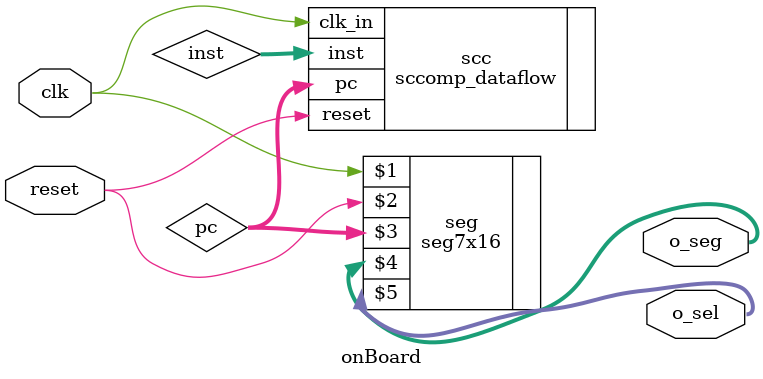
<source format=v>
`timescale 1ns / 1ps

module onBoard(
    input clk,
    input reset,
    output [7:0] o_seg,
    output [7:0] o_sel
    );
    wire [31:0]inst;
    wire [31:0]pc;
    sccomp_dataflow scc(.clk_in(clk),.reset(reset),.inst(inst),.pc(pc));
    seg7x16 seg(clk, reset, pc, o_seg, o_sel);
endmodule
</source>
